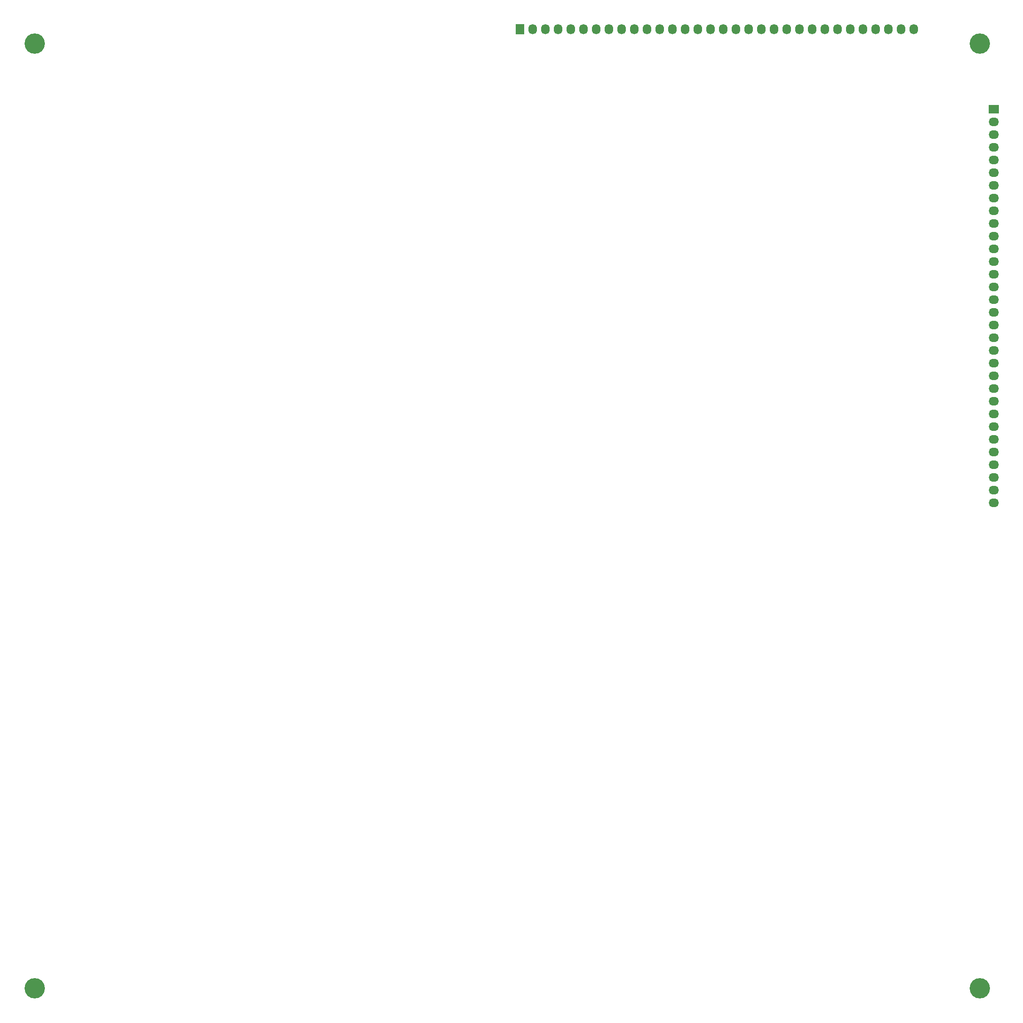
<source format=gbs>
G04 #@! TF.FileFunction,Soldermask,Bot*
%FSLAX46Y46*%
G04 Gerber Fmt 4.6, Leading zero omitted, Abs format (unit mm)*
G04 Created by KiCad (PCBNEW 4.0.2+dfsg1-stable) date dim. 24 sept. 2017 13:03:32 CEST*
%MOMM*%
G01*
G04 APERTURE LIST*
%ADD10C,0.100000*%
%ADD11R,2.032000X1.727200*%
%ADD12O,2.032000X1.727200*%
%ADD13R,1.727200X2.032000*%
%ADD14O,1.727200X2.032000*%
%ADD15C,4.064000*%
G04 APERTURE END LIST*
D10*
D11*
X272300000Y-53600000D03*
D12*
X272300000Y-56140000D03*
X272300000Y-58680000D03*
X272300000Y-61220000D03*
X272300000Y-63760000D03*
X272300000Y-66300000D03*
X272300000Y-68840000D03*
X272300000Y-71380000D03*
X272300000Y-73920000D03*
X272300000Y-76460000D03*
X272300000Y-79000000D03*
X272300000Y-81540000D03*
X272300000Y-84080000D03*
X272300000Y-86620000D03*
X272300000Y-89160000D03*
X272300000Y-91700000D03*
X272300000Y-94240000D03*
X272300000Y-96780000D03*
X272300000Y-99320000D03*
X272300000Y-101860000D03*
X272300000Y-104400000D03*
X272300000Y-106940000D03*
X272300000Y-109480000D03*
X272300000Y-112020000D03*
X272300000Y-114560000D03*
X272300000Y-117100000D03*
X272300000Y-119640000D03*
X272300000Y-122180000D03*
X272300000Y-124720000D03*
X272300000Y-127260000D03*
X272300000Y-129800000D03*
X272300000Y-132340000D03*
D13*
X177600000Y-37650000D03*
D14*
X180140000Y-37650000D03*
X182680000Y-37650000D03*
X185220000Y-37650000D03*
X187760000Y-37650000D03*
X190300000Y-37650000D03*
X192840000Y-37650000D03*
X195380000Y-37650000D03*
X197920000Y-37650000D03*
X200460000Y-37650000D03*
X203000000Y-37650000D03*
X205540000Y-37650000D03*
X208080000Y-37650000D03*
X210620000Y-37650000D03*
X213160000Y-37650000D03*
X215700000Y-37650000D03*
X218240000Y-37650000D03*
X220780000Y-37650000D03*
X223320000Y-37650000D03*
X225860000Y-37650000D03*
X228400000Y-37650000D03*
X230940000Y-37650000D03*
X233480000Y-37650000D03*
X236020000Y-37650000D03*
X238560000Y-37650000D03*
X241100000Y-37650000D03*
X243640000Y-37650000D03*
X246180000Y-37650000D03*
X248720000Y-37650000D03*
X251260000Y-37650000D03*
X253800000Y-37650000D03*
X256340000Y-37650000D03*
D15*
X269500000Y-40500000D03*
X269500000Y-229500000D03*
X80500000Y-229500000D03*
X80500000Y-40500000D03*
M02*

</source>
